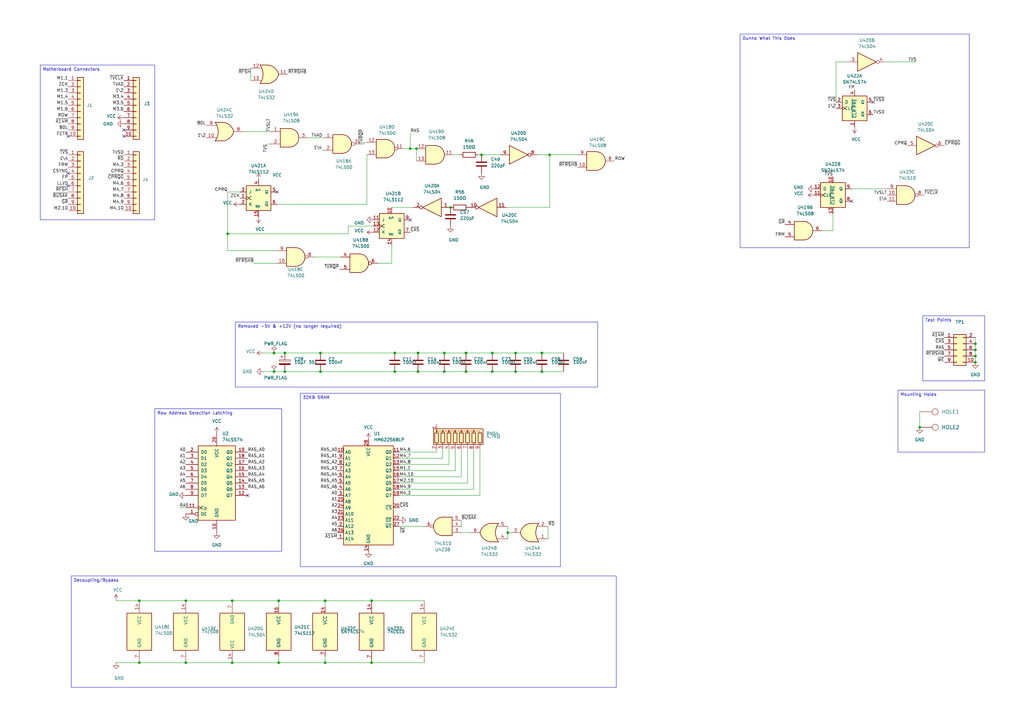
<source format=kicad_sch>
(kicad_sch (version 20250114) (generator "eeschema") (generator_version "9.0")
  (paper "A3")
  (title_block (title "Grundy NewBrain SRAM Store Board") (date "2023-08-31") (company "Brett Hallen") (comment 1 "www.youtube.com/@brfff") (comment 3 "https://github.com/flypie/NewBrain") (comment 4 "Based on schematics drawn by John Bradley"))
  (text_box "32KB SRAM" (at 123.19 161.29 0) (size 106.68 71.12) (margins 0.9525 0.9525 0.9525 0.9525) (effects (font (size 1.27 1.27)) (justify left top)))
  (text_box "Decoupling/Bypass" (at 29.21 236.22 0) (size 223.52 45.72) (margins 0.9525 0.9525 0.9525 0.9525) (effects (font (size 1.27 1.27)) (justify left top)))
  (text_box "Row Address Selection Latching" (at 63.5 167.64 0) (size 52.07 58.42) (margins 0.9525 0.9525 0.9525 0.9525) (effects (font (size 1.27 1.27)) (justify left top)))
  (text_box "Test Points" (at 378.46 129.54 0) (size 25.4 26.67) (margins 0.9525 0.9525 0.9525 0.9525) (effects (font (size 1.27 1.27)) (justify left top)))
  (text_box "Mounting Holes" (at 368.3 160.02 0) (size 35.56 25.4) (margins 0.9525 0.9525 0.9525 0.9525) (effects (font (size 1.27 1.27)) (justify left top)))
  (text_box "Motherboard Connectors" (at 16.51 26.67 0) (size 46.99 63.5) (margins 0.9525 0.9525 0.9525 0.9525) (effects (font (size 1.27 1.27)) (justify left top)))
  (text_box "Removed -5V & +12V (no longer required)" (at 96.52 132.08 0) (size 148.59 26.67) (margins 0.9525 0.9525 0.9525 0.9525) (effects (font (size 1.27 1.27)) (justify left top)))
  (text_box "Dunno What This Does" (at 303.53 13.97 0) (size 93.98 87.63) (margins 0.9525 0.9525 0.9525 0.9525) (effects (font (size 1.27 1.27)) (justify left top)))
  (junction (at 57.15 246.38))
  (junction (at 201.93 152.4))
  (junction (at 161.925 144.78))
  (junction (at 182.245 144.78))
  (junction (at 170.815 60.96))
  (junction (at 114.3 246.38))
  (junction (at 400.05 146.05))
  (junction (at 184.785 85.09))
  (junction (at 201.93 144.78))
  (junction (at 57.15 271.78))
  (junction (at 116.84 144.78))
  (junction (at 168.275 60.96))
  (junction (at 131.445 144.78))
  (junction (at 112.395 152.4))
  (junction (at 197.485 63.5))
  (junction (at 116.84 152.4))
  (junction (at 152.4 271.78))
  (junction (at 161.925 152.4))
  (junction (at 133.35 246.38))
  (junction (at 225.425 63.5))
  (junction (at 131.445 152.4))
  (junction (at 400.05 148.59))
  (junction (at 222.25 144.78))
  (junction (at 222.25 152.4))
  (junction (at 171.45 152.4))
  (junction (at 208.28 218.44))
  (junction (at 182.245 152.4))
  (junction (at 171.45 144.78))
  (junction (at 112.395 144.78))
  (junction (at 93.345 95.885))
  (junction (at 95.25 271.78))
  (junction (at 377.19 175.26))
  (junction (at 211.455 144.78))
  (junction (at 76.2 246.38))
  (junction (at 114.3 271.78))
  (junction (at 152.4 246.38))
  (junction (at 191.135 144.78))
  (junction (at 95.25 246.38))
  (junction (at 400.05 140.97))
  (junction (at 133.35 271.78))
  (junction (at 211.455 152.4))
  (junction (at 400.05 143.51))
  (junction (at 191.135 152.4))
  (junction (at 76.2 271.78))
  (no_connect (at 27.94 76.2))
  (no_connect (at 349.25 82.55))
  (no_connect (at 113.665 78.74))
  (no_connect (at 358.14 41.91))
  (no_connect (at 27.94 55.88))
  (no_connect (at 50.8 55.88))
  (no_connect (at 27.94 71.12))
  (no_connect (at 50.8 53.34))
  (no_connect (at 101.6 203.2))
  (no_connect (at 168.275 90.17))
  (wire (pts (xy 337.185 94.615) (xy 341.63 94.615)))
  (wire (pts (xy 163.83 198.12) (xy 191.77 198.12)))
  (wire (pts (xy 225.425 85.09) (xy 207.645 85.09)))
  (wire (pts (xy 377.19 168.91) (xy 377.19 175.26)))
  (wire (pts (xy 112.395 152.4) (xy 116.84 152.4)))
  (wire (pts (xy 95.25 246.38) (xy 114.3 246.38)))
  (wire (pts (xy 165.735 60.96) (xy 168.275 60.96)))
  (wire (pts (xy 189.23 218.44) (xy 193.04 218.44)))
  (wire (pts (xy 182.245 144.78) (xy 191.135 144.78)))
  (wire (pts (xy 224.79 215.9) (xy 224.79 220.98)))
  (wire (pts (xy 149.225 58.42) (xy 150.495 58.42)))
  (wire (pts (xy 95.25 271.78) (xy 114.3 271.78)))
  (wire (pts (xy 142.875 95.885) (xy 142.875 92.71)))
  (wire (pts (xy 114.3 269.24) (xy 114.3 271.78)))
  (wire (pts (xy 163.83 185.42) (xy 179.07 185.42)))
  (wire (pts (xy 342.9 41.91) (xy 342.9 25.4)))
  (wire (pts (xy 142.875 92.71) (xy 153.035 92.71)))
  (wire (pts (xy 47.625 271.78) (xy 57.15 271.78)))
  (wire (pts (xy 211.455 144.78) (xy 222.25 144.78)))
  (wire (pts (xy 98.425 78.74) (xy 93.345 78.74)))
  (wire (pts (xy 363.22 25.4) (xy 375.92 25.4)))
  (wire (pts (xy 114.3 248.92) (xy 114.3 246.38)))
  (wire (pts (xy 222.25 152.4) (xy 231.14 152.4)))
  (wire (pts (xy 341.63 94.615) (xy 341.63 87.63)))
  (wire (pts (xy 73.66 208.28) (xy 76.2 208.28)))
  (wire (pts (xy 211.455 152.4) (xy 222.25 152.4)))
  (wire (pts (xy 126.365 56.515) (xy 132.715 56.515)))
  (wire (pts (xy 171.45 152.4) (xy 182.245 152.4)))
  (wire (pts (xy 114.3 271.78) (xy 133.35 271.78)))
  (wire (pts (xy 131.445 144.78) (xy 161.925 144.78)))
  (wire (pts (xy 186.055 63.5) (xy 188.595 63.5)))
  (wire (pts (xy 161.925 152.4) (xy 171.45 152.4)))
  (wire (pts (xy 160.655 85.09) (xy 169.545 85.09)))
  (wire (pts (xy 76.2 271.78) (xy 95.25 271.78)))
  (wire (pts (xy 131.445 152.4) (xy 161.925 152.4)))
  (wire (pts (xy 163.83 190.5) (xy 184.15 190.5)))
  (wire (pts (xy 191.135 152.4) (xy 201.93 152.4)))
  (wire (pts (xy 400.05 146.05) (xy 400.05 148.59)))
  (wire (pts (xy 189.23 184.15) (xy 189.23 195.58)))
  (wire (pts (xy 99.695 53.975) (xy 111.125 53.975)))
  (wire (pts (xy 189.23 213.36) (xy 189.23 215.9)))
  (wire (pts (xy 93.345 95.885) (xy 93.345 102.87)))
  (wire (pts (xy 225.425 63.5) (xy 236.855 63.5)))
  (wire (pts (xy 208.28 218.44) (xy 208.28 220.98)))
  (wire (pts (xy 149.225 58.42) (xy 149.225 59.055)))
  (wire (pts (xy 168.275 60.96) (xy 170.815 60.96)))
  (wire (pts (xy 196.215 63.5) (xy 197.485 63.5)))
  (wire (pts (xy 93.345 95.885) (xy 142.875 95.885)))
  (wire (pts (xy 76.2 246.38) (xy 95.25 246.38)))
  (wire (pts (xy 191.77 198.12) (xy 191.77 184.15)))
  (wire (pts (xy 222.25 144.78) (xy 231.14 144.78)))
  (wire (pts (xy 400.05 143.51) (xy 400.05 146.05)))
  (wire (pts (xy 363.855 77.47) (xy 349.25 77.47)))
  (wire (pts (xy 201.93 152.4) (xy 211.455 152.4)))
  (wire (pts (xy 179.07 185.42) (xy 179.07 184.15)))
  (wire (pts (xy 163.83 200.66) (xy 194.31 200.66)))
  (wire (pts (xy 152.4 246.38) (xy 173.99 246.38)))
  (wire (pts (xy 107.95 152.4) (xy 112.395 152.4)))
  (wire (pts (xy 76.2 246.38) (xy 57.15 246.38)))
  (wire (pts (xy 196.85 184.15) (xy 196.85 203.2)))
  (wire (pts (xy 186.69 193.04) (xy 186.69 184.15)))
  (wire (pts (xy 57.15 246.38) (xy 47.625 246.38)))
  (wire (pts (xy 197.485 63.5) (xy 205.105 63.5)))
  (wire (pts (xy 133.35 269.24) (xy 133.35 271.78)))
  (wire (pts (xy 171.45 144.78) (xy 182.245 144.78)))
  (wire (pts (xy 133.35 246.38) (xy 152.4 246.38)))
  (wire (pts (xy 102.87 27.94) (xy 102.87 33.02)))
  (wire (pts (xy 113.665 107.95) (xy 104.14 107.95)))
  (wire (pts (xy 109.855 59.055) (xy 111.125 59.055)))
  (wire (pts (xy 128.905 105.41) (xy 139.7 105.41)))
  (wire (pts (xy 116.84 144.78) (xy 131.445 144.78)))
  (wire (pts (xy 220.345 63.5) (xy 225.425 63.5)))
  (wire (pts (xy 114.3 246.38) (xy 133.35 246.38)))
  (wire (pts (xy 160.655 107.95) (xy 154.94 107.95)))
  (wire (pts (xy 57.15 271.78) (xy 76.2 271.78)))
  (wire (pts (xy 208.28 215.9) (xy 208.28 218.44)))
  (wire (pts (xy 189.23 195.58) (xy 163.83 195.58)))
  (wire (pts (xy 473.075 138.43) (xy 473.075 139.065)))
  (wire (pts (xy 160.655 100.33) (xy 160.655 107.95)))
  (wire (pts (xy 152.4 271.78) (xy 173.99 271.78)))
  (wire (pts (xy 342.9 25.4) (xy 347.98 25.4)))
  (wire (pts (xy 201.93 144.78) (xy 211.455 144.78)))
  (wire (pts (xy 182.245 152.4) (xy 191.135 152.4)))
  (wire (pts (xy 194.31 200.66) (xy 194.31 184.15)))
  (wire (pts (xy 168.275 54.61) (xy 168.275 60.96)))
  (wire (pts (xy 113.665 83.82) (xy 150.495 83.82)))
  (wire (pts (xy 113.665 102.87) (xy 93.345 102.87)))
  (wire (pts (xy 107.95 144.78) (xy 112.395 144.78)))
  (wire (pts (xy 112.395 144.78) (xy 116.84 144.78)))
  (wire (pts (xy 163.83 193.04) (xy 186.69 193.04)))
  (wire (pts (xy 181.61 184.15) (xy 181.61 187.96)))
  (wire (pts (xy 225.425 63.5) (xy 225.425 85.09)))
  (wire (pts (xy 150.495 83.82) (xy 150.495 63.5)))
  (wire (pts (xy 116.84 152.4) (xy 131.445 152.4)))
  (wire (pts (xy 133.35 271.78) (xy 152.4 271.78)))
  (wire (pts (xy 191.135 144.78) (xy 201.93 144.78)))
  (wire (pts (xy 208.28 218.44) (xy 209.55 218.44)))
  (wire (pts (xy 93.345 78.74) (xy 93.345 95.885)))
  (wire (pts (xy 132.715 61.595) (xy 132.08 61.595)))
  (wire (pts (xy 133.35 248.92) (xy 133.35 246.38)))
  (wire (pts (xy 161.925 144.78) (xy 171.45 144.78)))
  (wire (pts (xy 400.05 138.43) (xy 400.05 140.97)))
  (wire (pts (xy 149.225 59.055) (xy 147.955 59.055)))
  (wire (pts (xy 170.815 60.96) (xy 170.815 66.04)))
  (wire (pts (xy 196.85 203.2) (xy 163.83 203.2)))
  (wire (pts (xy 181.61 187.96) (xy 163.83 187.96)))
  (wire (pts (xy 139.065 110.49) (xy 139.7 110.49)))
  (wire (pts (xy 184.15 190.5) (xy 184.15 184.15)))
  (wire (pts (xy 163.83 215.9) (xy 173.99 215.9)))
  (wire (pts (xy 400.05 140.97) (xy 400.05 143.51)))
  (label "M1,1" (at 27.94 33.02 180))
  (label "A2" (at 138.43 208.28 180))
  (label "TVSLT" (at 111.125 53.975 90))
  (label "ZCK" (at 98.425 81.28 180))
  (label "FP" (at 350.52 36.83 180))
  (label "A3" (at 76.2 193.04 180))
  (label "M1,4" (at 27.94 40.64 180))
  (label "TVSD" (at 358.14 46.99 0))
  (label "M4,3" (at 50.8 68.58 180))
  (label "M3,6" (at 50.8 45.72 180))
  (label "CPRQ" (at 50.8 71.12 180))
  (label "TVSLT" (at 363.855 80.01 180))
  (label "M2,10" (at 27.94 86.36 180))
  (label "~{BUSAK}" (at 189.23 213.36 0))
  (label "RAS" (at 168.275 54.61 0))
  (label "1\\4" (at 27.94 66.04 180))
  (label "~{RFRSHB}" (at 236.855 68.58 180))
  (label "~{RD}" (at 50.8 66.04 180))
  (label "~{TVCLK}" (at 50.8 33.02 180))
  (label "1\\4" (at 363.855 82.55 180))
  (label "80L" (at 84.455 51.435 180))
  (label "A3" (at 138.43 210.82 180))
  (label "A4" (at 138.43 213.36 180))
  (label "FRM" (at 321.945 97.155 180))
  (label "FCTR" (at 27.94 55.88 180))
  (label "~{GR}" (at 321.945 92.075 180))
  (label "~{TVCLK}" (at 379.095 80.01 0))
  (label "TVSD" (at 50.8 63.5 180))
  (label "TVAD" (at 50.8 35.56 180))
  (label "A0" (at 138.43 203.2 180))
  (label "1\\2" (at 342.9 44.45 180))
  (label "A6" (at 138.43 218.44 180))
  (label "RAS" (at 387.35 143.51 180))
  (label "RAS_A6" (at 138.43 200.66 180))
  (label "ROW" (at 27.94 48.26 180))
  (label "~{CAS}" (at 163.83 208.28 0))
  (label "~{TVRQP}" (at 149.225 59.055 90))
  (label "~{CPRQG}" (at 387.35 59.69 0))
  (label "RAS_A0" (at 138.43 185.42 180))
  (label "RAS_A1" (at 138.43 187.96 180))
  (label "M4,8" (at 50.8 81.28 180))
  (label "RAS" (at 73.66 208.28 0))
  (label "M4,7" (at 163.83 187.96 0))
  (label "M1,3" (at 27.94 38.1 180))
  (label "RAS_A2" (at 101.6 190.5 0))
  (label "A6" (at 76.2 200.66 180))
  (label "~{TVSD}" (at 358.14 41.91 0))
  (label "~{WE}" (at 166.37 215.9 270))
  (label "~{CPRQG}" (at 50.8 73.66 180))
  (label "~{TVS}" (at 27.94 63.5 180))
  (label "M4,9" (at 163.83 200.66 0))
  (label "RAS_A6" (at 101.6 200.66 0))
  (label "~{CAS}" (at 387.35 140.97 180))
  (label "M4,10" (at 50.8 86.36 180))
  (label "M4,7" (at 50.8 78.74 180))
  (label "RAS_A2" (at 138.43 190.5 180))
  (label "M1,5" (at 27.94 43.18 180))
  (label "~{WE}" (at 387.35 148.59 180))
  (label "A2" (at 76.2 190.5 180))
  (label "M3,5" (at 50.8 43.18 180))
  (label "TVS" (at 375.92 25.4 180))
  (label "LLVD" (at 27.94 76.2 180))
  (label "~{A14M}" (at 387.35 138.43 180))
  (label "M4,9" (at 50.8 83.82 180))
  (label "ZCK" (at 27.94 35.56 180))
  (label "~{A14M}" (at 138.43 220.98 180))
  (label "M1,6" (at 27.94 45.72 180))
  (label "M4,3" (at 163.83 203.2 0))
  (label "1\\2" (at 84.455 56.515 180))
  (label "A5" (at 138.43 215.9 180))
  (label "A1" (at 138.43 205.74 180))
  (label "A0" (at 76.2 185.42 180))
  (label "RAS_A1" (at 101.6 187.96 0))
  (label "RAS_A5" (at 138.43 198.12 180))
  (label "A5" (at 76.2 198.12 180))
  (label "~{RFSH}" (at 27.94 78.74 180))
  (label "~{RFRSHB}" (at 118.11 30.48 0))
  (label "RAS_A5" (at 101.6 198.12 0))
  (label "~{A14M}" (at 27.94 50.8 180))
  (label "1\\2" (at 50.8 38.1 180))
  (label "CPRQ" (at 372.11 59.69 180))
  (label "ROW" (at 252.095 66.04 0))
  (label "~{TVS}" (at 341.63 72.39 180))
  (label "~{RFRSHB}" (at 387.35 146.05 180))
  (label "RAS_A3" (at 101.6 193.04 0))
  (label "M4,10" (at 163.83 195.58 0))
  (label "FRM" (at 27.94 68.58 180))
  (label "FP" (at 27.94 73.66 180))
  (label "TVS" (at 109.855 59.055 270))
  (label "~{TVS}" (at 342.9 41.91 180))
  (label "80L" (at 27.94 53.34 180))
  (label "M2,10" (at 163.83 198.12 0))
  (label "~{RFRSHB}" (at 104.14 107.95 180))
  (label "A4" (at 76.2 195.58 180))
  (label "~{RD}" (at 224.79 215.9 0))
  (label "~{TVRQP}" (at 139.065 110.49 180))
  (label "M4,6" (at 163.83 185.42 0))
  (label "M1,1" (at 163.83 193.04 0))
  (label "RAS_A4" (at 138.43 195.58 180))
  (label "~{CAS}" (at 168.275 95.25 0))
  (label "~{BUSAK}" (at 27.94 81.28 180))
  (label "M4,8" (at 163.83 190.5 0))
  (label "~{RFSH}" (at 102.87 30.48 180))
  (label "CPRQ" (at 93.345 78.74 180))
  (label "1\\4" (at 132.08 61.595 180))
  (label "A1" (at 76.2 187.96 180))
  (label "M4,6" (at 50.8 76.2 180))
  (label "~{GR}" (at 27.94 83.82 180))
  (label "M3,4" (at 50.8 40.64 180))
  (label "RAS_A4" (at 101.6 195.58 0))
  (label "TVAD" (at 127.635 56.515 0))
  (label "CSYNC" (at 27.94 71.12 180))
  (label "RAS_A0" (at 101.6 185.42 0))
  (label "RAS_A3" (at 138.43 193.04 180))
  (symbol (lib_id "Connector_Generic:Conn_01x10") (at 33.02 43.18 0) (unit 1)
    (property "Reference" "J1" (at 35.56 43.18 0) (effects (justify left)))
    (property "Value" "Conn_01x10" (effects (hide yes)))
    (property "Footprint" "Connector_PinHeader_2.54mm:PinHeader_1x10_P2.54mm_Vertical" (effects (hide yes)))
  )
  (symbol (lib_id "Connector_Generic:Conn_01x10") (at 33.02 73.66 0) (unit 1)
    (property "Reference" "J2" (at 36.195 73.025 0) (effects (justify left)))
    (property "Value" "Conn_01x10" (effects (hide yes)))
    (property "Footprint" "Connector_PinHeader_2.54mm:PinHeader_1x10_P2.54mm_Vertical" (effects (hide yes)))
  )
  (symbol (lib_id "Connector_Generic:Conn_01x10") (at 55.88 43.18 0) (unit 1)
    (property "Reference" "J3" (at 59.055 42.545 0) (effects (justify left)))
    (property "Value" "Conn_01x10" (effects (hide yes)))
    (property "Footprint" "Connector_PinHeader_2.54mm:PinHeader_1x10_P2.54mm_Vertical" (effects (hide yes)))
  )
  (symbol (lib_id "Connector_Generic:Conn_01x10") (at 55.88 73.66 0) (unit 1)
    (property "Reference" "J4" (at 58.42 73.66 0) (effects (justify left)))
    (property "Value" "Conn_01x10" (effects (hide yes)))
    (property "Footprint" "Connector_PinHeader_2.54mm:PinHeader_1x10_P2.54mm_Vertical" (effects (hide yes)))
  )
  (symbol (lib_id "74xx:74LS00") (at 57.15 259.08 0) (unit 5)
    (property "Reference" "U418" (at 63.5 257.175 0) (effects (justify left)))
    (property "Value" "74LS00" (at 63.5 259.715 0) (effects (justify left)))
    (property "Footprint" "Package_DIP:DIP-14_W7.62mm" (effects (hide yes)))
    (property "Datasheet" "http://www.ti.com/lit/gpn/sn74ls00" (effects (hide yes)))
  )
  (symbol (lib_id "74xx:74LS08") (at 76.2 259.08 0) (unit 5)
    (property "Reference" "U419" (at 82.55 257.81 0) (effects (justify left)))
    (property "Value" "74LS08" (at 82.55 259.08 0) (effects (justify left)))
    (property "Footprint" "Package_DIP:DIP-14_W7.62mm" (effects (hide yes)))
    (property "Datasheet" "http://www.ti.com/lit/gpn/sn74LS08" (effects (hide yes)))
  )
  (symbol (lib_id "74xx:74LS112") (at 114.3 259.08 0) (unit 3)
    (property "Reference" "U421" (at 120.65 257.175 0) (effects (justify left)))
    (property "Value" "74LS112" (at 120.65 259.715 0) (effects (justify left)))
    (property "Footprint" "Package_DIP:DIP-16_W7.62mm" (effects (hide yes)))
    (property "Datasheet" "http://www.ti.com/lit/gpn/sn74LS112" (effects (hide yes)))
  )
  (symbol (lib_id "NewBrain StoreBoard-rescue:74LS74-74xx") (at 133.35 259.08 0) (unit 3)
    (property "Reference" "U422" (at 139.7 257.81 0) (effects (justify left)))
    (property "Value" "SN74LS74" (at 139.7 259.08 0) (effects (justify left)))
    (property "Footprint" "Package_DIP:DIP-14_W7.62mm" (effects (hide yes)))
    (property "Datasheet" "http://www.ti.com/lit/gpn/sn74LS32" (effects (hide yes)))
  )
  (symbol (lib_id "Device:R_Network08") (at 189.23 179.07 0) (unit 1)
    (property "Reference" "RN54" (at 199.39 177.8 0) (effects (justify left)))
    (property "Value" "4.7KΩ" (at 199.39 179.07 0) (effects (justify left)))
    (property "Footprint" "Resistor_THT:R_Array_SIP9" (effects (hide yes)))
    (property "Datasheet" "http://www.vishay.com/docs/31509/csc.pdf" (effects (hide yes)))
  )
  (symbol (lib_id "74xx:74LS10") (at 152.4 259.08 0) (unit 4)
    (property "Reference" "U423" (at 158.75 257.81 0) (effects (justify left)))
    (property "Value" "74LS10" (at 158.75 259.08 0) (effects (justify left)))
    (property "Footprint" "Package_DIP:DIP-14_W7.62mm" (effects (hide yes)))
    (property "Datasheet" "http://www.ti.com/lit/gpn/sn74LS10" (effects (hide yes)))
  )
  (symbol (lib_id "74xx:74LS10") (at 181.61 215.9 180) (unit 2)
    (property "Reference" "U423" (at 181.61 225.425 0))
    (property "Value" "74LS10" (at 181.61 222.885 0))
    (property "Footprint" "Package_DIP:DIP-14_W7.62mm" (effects (hide yes)))
    (property "Datasheet" "http://www.ti.com/lit/gpn/sn74LS10" (effects (hide yes)))
  )
  (symbol (lib_id "74xx:74LS08") (at 178.435 63.5 0) (unit 4)
    (property "Reference" "U419" (at 179.07 53.975 0))
    (property "Value" "74LS08" (at 179.07 56.515 0))
    (property "Footprint" "Package_DIP:DIP-14_W7.62mm" (effects (hide yes)))
    (property "Datasheet" "http://www.ti.com/lit/gpn/sn74LS08" (effects (hide yes)))
  )
  (symbol (lib_id "74xx:74LS00") (at 140.335 59.055 0) (unit 1)
    (property "Reference" "U418" (at 140.97 66.04 0))
    (property "Value" "74LS00" (at 140.97 68.58 0))
    (property "Footprint" "Package_DIP:DIP-14_W7.62mm" (effects (hide yes)))
    (property "Datasheet" "http://www.ti.com/lit/gpn/sn74ls00" (effects (hide yes)))
  )
  (symbol (lib_id "74xx:74LS00") (at 158.115 60.96 0) (unit 4)
    (property "Reference" "U418" (at 158.75 52.07 0))
    (property "Value" "74LS00" (at 158.75 54.61 0))
    (property "Footprint" "Package_DIP:DIP-14_W7.62mm" (effects (hide yes)))
    (property "Datasheet" "http://www.ti.com/lit/gpn/sn74ls00" (effects (hide yes)))
  )
  (symbol (lib_id "74xx:74LS112") (at 106.045 81.28 0) (unit 1)
    (property "Reference" "U421" (at 106.045 67.945 0))
    (property "Value" "74LS112" (at 106.045 70.485 0))
    (property "Footprint" "Package_DIP:DIP-16_W7.62mm" (effects (hide yes)))
    (property "Datasheet" "http://www.ti.com/lit/gpn/sn74LS112" (effects (hide yes)))
  )
  (symbol (lib_id "74xx:74LS00") (at 121.285 105.41 0) (unit 3)
    (property "Reference" "U418" (at 121.285 110.49 0))
    (property "Value" "74LS00" (at 121.285 113.03 0))
    (property "Footprint" "Package_DIP:DIP-14_W7.62mm" (effects (hide yes)))
    (property "Datasheet" "http://www.ti.com/lit/gpn/sn74ls00" (effects (hide yes)))
  )
  (symbol (lib_id "74xx:74LS00") (at 147.32 107.95 0) (unit 2)
    (property "Reference" "U418" (at 147.955 98.425 0))
    (property "Value" "74LS00" (at 147.955 100.965 0))
    (property "Footprint" "Package_DIP:DIP-14_W7.62mm" (effects (hide yes)))
    (property "Datasheet" "http://www.ti.com/lit/gpn/sn74ls00" (effects (hide yes)))
  )
  (symbol (lib_id "74xx:74LS112") (at 160.655 92.71 0) (unit 2)
    (property "Reference" "U421" (at 161.29 79.375 0))
    (property "Value" "74LS112" (at 161.29 81.915 0))
    (property "Footprint" "Package_DIP:DIP-16_W7.62mm" (effects (hide yes)))
    (property "Datasheet" "http://www.ti.com/lit/gpn/sn74LS112" (effects (hide yes)))
  )
  (symbol (lib_id "74xx:74LS08") (at 244.475 66.04 0) (unit 3)
    (property "Reference" "U419" (at 245.11 57.15 0))
    (property "Value" "74LS08" (at 245.11 59.69 0))
    (property "Footprint" "Package_DIP:DIP-14_W7.62mm" (effects (hide yes)))
    (property "Datasheet" "http://www.ti.com/lit/gpn/sn74LS08" (effects (hide yes)))
  )
  (symbol (lib_id "power:GND") (at 50.8 50.8 270) (unit 1)
    (property "Reference" "#PWR0102" (effects (hide yes)))
    (property "Value" "GND" (at 46.355 50.8 90) (effects (justify right)))
  )
  (symbol (lib_id "power:VCC") (at 50.8 48.26 90) (unit 1)
    (property "Reference" "#PWR0103" (effects (hide yes)))
    (property "Value" "VCC" (at 47.625 47.625 90) (effects (justify left)))
  )
  (symbol (lib_id "power:VCC") (at 47.625 246.38 0) (unit 1)
    (property "Reference" "#PWR0105" (effects (hide yes)))
    (property "Value" "VCC" (at 48.26 241.935 0))
  )
  (symbol (lib_id "power:GND") (at 47.625 271.78 0) (unit 1)
    (property "Reference" "#PWR0106" (effects (hide yes)))
    (property "Value" "GND" (at 48.895 278.13 0))
  )
  (symbol (lib_id "74xx:74LS08") (at 118.745 56.515 0) (unit 1)
    (property "Reference" "U419" (at 119.38 46.99 0))
    (property "Value" "74LS08" (at 119.38 49.53 0))
    (property "Footprint" "Package_DIP:DIP-14_W7.62mm" (effects (hide yes)))
    (property "Datasheet" "http://www.ti.com/lit/gpn/sn74LS08" (effects (hide yes)))
  )
  (symbol (lib_id "power:VCC") (at 98.425 83.82 90) (unit 1)
    (property "Reference" "#PWR0107" (effects (hide yes)))
    (property "Value" "VCC" (at 95.25 83.185 90) (effects (justify left)))
  )
  (symbol (lib_id "power:VCC") (at 106.045 73.66 0) (unit 1)
    (property "Reference" "#PWR0108" (effects (hide yes)))
    (property "Value" "VCC" (at 113.665 71.755 0))
  )
  (symbol (lib_id "power:VCC") (at 106.045 88.9 180) (unit 1)
    (property "Reference" "#PWR0109" (effects (hide yes)))
    (property "Value" "VCC" (at 106.68 93.98 0))
  )
  (symbol (lib_id "Device:R") (at 192.405 63.5 270) (unit 1)
    (property "Reference" "R46" (at 192.405 57.785 90))
    (property "Value" "150Ω" (at 192.405 60.325 90))
    (property "Footprint" "Resistor_THT:R_Axial_DIN0207_L6.3mm_D2.5mm_P10.16mm_Horizontal" (effects (hide yes)))
  )
  (symbol (lib_id "Device:C") (at 197.485 67.31 0) (unit 1)
    (property "Reference" "C49" (at 201.295 65.405 0) (effects (justify left)))
    (property "Value" "220pF" (at 201.295 67.945 0) (effects (justify left)))
    (property "Footprint" "Capacitor_THT:C_Disc_D3.0mm_W1.6mm_P2.50mm" (effects (hide yes)))
  )
  (symbol (lib_id "power:GND") (at 197.485 71.12 0) (unit 1)
    (property "Reference" "#PWR0110" (effects (hide yes)))
    (property "Value" "GND" (at 198.755 76.835 0))
  )
  (symbol (lib_id "Device:R") (at 188.595 85.09 270) (unit 1)
    (property "Reference" "R56" (at 188.595 78.74 90))
    (property "Value" "150Ω" (at 188.595 81.28 90))
    (property "Footprint" "Resistor_THT:R_Axial_DIN0207_L6.3mm_D2.5mm_P10.16mm_Horizontal" (effects (hide yes)))
  )
  (symbol (lib_id "Device:C") (at 184.785 88.9 0) (unit 1)
    (property "Reference" "C57" (at 188.595 86.995 0) (effects (justify left)))
    (property "Value" "220pF" (at 188.595 89.535 0) (effects (justify left)))
    (property "Footprint" "Capacitor_THT:C_Disc_D3.0mm_W1.6mm_P2.50mm" (effects (hide yes)))
  )
  (symbol (lib_id "power:GND") (at 184.785 92.71 0) (unit 1)
    (property "Reference" "#PWR0111" (effects (hide yes)))
    (property "Value" "GND" (at 186.055 98.425 0))
  )
  (symbol (lib_id "power:GND") (at 153.035 90.17 270) (unit 1)
    (property "Reference" "#PWR0112" (effects (hide yes)))
    (property "Value" "GND" (at 147.32 91.44 90))
  )
  (symbol (lib_id "power:VCC") (at 153.035 95.25 90) (unit 1)
    (property "Reference" "#PWR0113" (effects (hide yes)))
    (property "Value" "VCC" (at 149.225 94.615 90) (effects (justify left)))
  )
  (symbol (lib_id "NewBrain StoreBoard-rescue:74LS74-74xx") (at 350.52 44.45 0) (unit 1)
    (property "Reference" "U422" (at 350.52 31.115 0))
    (property "Value" "SN74LS74" (at 350.52 33.655 0))
    (property "Footprint" "Package_DIP:DIP-14_W7.62mm" (effects (hide yes)))
    (property "Datasheet" "http://www.ti.com/lit/gpn/sn74LS32" (effects (hide yes)))
  )
  (symbol (lib_id "power:VCC") (at 350.52 52.07 180) (unit 1)
    (property "Reference" "#PWR0114" (effects (hide yes)))
    (property "Value" "VCC" (at 351.155 57.15 0))
  )
  (symbol (lib_id "NewBrain StoreBoard-rescue:74LS74-74xx") (at 341.63 80.01 0) (unit 2)
    (property "Reference" "U422" (at 341.63 67.31 0))
    (property "Value" "SN74LS74" (at 341.63 69.85 0))
    (property "Footprint" "Package_DIP:DIP-14_W7.62mm" (effects (hide yes)))
    (property "Datasheet" "http://www.ti.com/lit/gpn/sn74LS32" (effects (hide yes)))
  )
  (symbol (lib_id "power:VCC") (at 334.01 80.01 90) (unit 1)
    (property "Reference" "#PWR0115" (effects (hide yes)))
    (property "Value" "VCC" (at 329.565 79.375 90) (effects (justify left)))
  )
  (symbol (lib_id "power:GND") (at 334.01 77.47 270) (unit 1)
    (property "Reference" "#PWR0116" (effects (hide yes)))
    (property "Value" "GND" (at 329.565 76.835 90) (effects (justify right)))
  )
  (symbol (lib_id "74xx:74LS08") (at 329.565 94.615 0) (unit 2)
    (property "Reference" "U419" (at 330.2 85.09 0))
    (property "Value" "74LS08" (at 330.2 87.63 0))
    (property "Footprint" "Package_DIP:DIP-14_W7.62mm" (effects (hide yes)))
    (property "Datasheet" "http://www.ti.com/lit/gpn/sn74LS08" (effects (hide yes)))
  )
  (symbol (lib_id "74xx:74LS10") (at 371.475 80.01 0) (unit 3)
    (property "Reference" "U423" (at 372.11 70.485 0))
    (property "Value" "74LS10" (at 372.11 73.025 0))
    (property "Footprint" "Package_DIP:DIP-14_W7.62mm" (effects (hide yes)))
    (property "Datasheet" "http://www.ti.com/lit/gpn/sn74LS10" (effects (hide yes)))
  )
  (symbol (lib_id "power:VCC") (at 107.95 144.78 90) (unit 1)
    (property "Reference" "#PWR0117" (effects (hide yes)))
    (property "Value" "VCC" (at 104.775 144.145 90) (effects (justify left)))
  )
  (symbol (lib_id "power:GND") (at 107.95 152.4 270) (unit 1)
    (property "Reference" "#PWR0118" (effects (hide yes)))
    (property "Value" "GND" (at 103.505 152.4 90) (effects (justify right)))
  )
  (symbol (lib_id "NewBrain StoreBoard-rescue:CP-Device") (at 116.84 148.59 0) (unit 1)
    (property "Reference" "C28" (at 120.65 147.32 0) (effects (justify left)))
    (property "Value" "10µF 35v" (at 120.65 148.59 0) (effects (justify left)))
    (property "Footprint" "Capacitor_THT:CP_Radial_D5.0mm_P2.00mm" (effects (hide yes)))
  )
  (symbol (lib_id "Device:C") (at 131.445 148.59 0) (unit 1)
    (property "Reference" "C2" (at 134.62 147.32 0) (effects (justify left)))
    (property "Value" "100nF" (at 134.62 148.59 0) (effects (justify left)))
    (property "Footprint" "Capacitor_THT:C_Disc_D3.0mm_W1.6mm_P2.50mm" (effects (hide yes)))
  )
  (symbol (lib_id "Device:C") (at 161.925 148.59 0) (unit 1)
    (property "Reference" "C11" (at 165.1 147.32 0) (effects (justify left)))
    (property "Value" "100nF" (at 165.1 148.59 0) (effects (justify left)))
    (property "Footprint" "Capacitor_THT:C_Disc_D3.0mm_W1.6mm_P2.50mm" (effects (hide yes)))
  )
  (symbol (lib_id "Device:C") (at 171.45 148.59 0) (unit 1)
    (property "Reference" "C14" (at 175.26 147.32 0) (effects (justify left)))
    (property "Value" "100nF" (at 175.26 148.59 0) (effects (justify left)))
    (property "Footprint" "Capacitor_THT:C_Disc_D3.0mm_W1.6mm_P2.50mm" (effects (hide yes)))
  )
  (symbol (lib_id "Device:C") (at 182.245 148.59 0) (unit 1)
    (property "Reference" "C17" (at 185.42 147.32 0) (effects (justify left)))
    (property "Value" "100nF" (at 185.42 148.59 0) (effects (justify left)))
    (property "Footprint" "Capacitor_THT:C_Disc_D3.0mm_W1.6mm_P2.50mm" (effects (hide yes)))
  )
  (symbol (lib_id "Device:C") (at 191.135 148.59 0) (unit 1)
    (property "Reference" "C20" (at 194.31 147.32 0) (effects (justify left)))
    (property "Value" "100nF" (at 194.31 148.59 0) (effects (justify left)))
    (property "Footprint" "Capacitor_THT:C_Disc_D3.0mm_W1.6mm_P2.50mm" (effects (hide yes)))
  )
  (symbol (lib_id "Device:C") (at 201.93 148.59 0) (unit 1)
    (property "Reference" "C23" (at 205.74 147.32 0) (effects (justify left)))
    (property "Value" "100nF" (at 205.74 148.59 0) (effects (justify left)))
    (property "Footprint" "Capacitor_THT:C_Disc_D3.0mm_W1.6mm_P2.50mm" (effects (hide yes)))
  )
  (symbol (lib_id "Device:C") (at 211.455 148.59 0) (unit 1)
    (property "Reference" "C55" (at 214.63 147.32 0) (effects (justify left)))
    (property "Value" "100nF" (at 214.63 148.59 0) (effects (justify left)))
    (property "Footprint" "Capacitor_THT:C_Disc_D3.0mm_W1.6mm_P2.50mm" (effects (hide yes)))
  )
  (symbol (lib_id "Device:C") (at 222.25 148.59 0) (unit 1)
    (property "Reference" "C58" (at 226.06 147.32 0) (effects (justify left)))
    (property "Value" "100nF" (at 226.06 148.59 0) (effects (justify left)))
    (property "Footprint" "Capacitor_THT:C_Disc_D3.0mm_W1.6mm_P2.50mm" (effects (hide yes)))
  )
  (symbol (lib_id "Device:C") (at 231.14 148.59 0) (unit 1)
    (property "Reference" "C59" (at 234.95 147.32 0) (effects (justify left)))
    (property "Value" "100nF" (at 234.95 148.59 0) (effects (justify left)))
    (property "Footprint" "Capacitor_THT:C_Disc_D3.0mm_W1.6mm_P2.50mm" (effects (hide yes)))
  )
  (symbol (lib_id "power:PWR_FLAG") (at 112.395 144.78 0) (unit 1)
    (property "Reference" "#FLG0104" (effects (hide yes)))
    (property "Value" "PWR_FLAG" (at 113.03 140.97 0))
  )
  (symbol (lib_id "power:PWR_FLAG") (at 112.395 152.4 0) (unit 1)
    (property "Reference" "#FLG0105" (effects (hide yes)))
    (property "Value" "PWR_FLAG" (at 113.03 154.94 0))
  )
  (symbol (lib_id "74xx:74HC04") (at 95.25 259.08 180) (unit 7)
    (property "Reference" "U420" (at 101.6 257.81 0) (effects (justify right)))
    (property "Value" "74LS04" (at 101.6 260.35 0) (effects (justify right)))
    (property "Footprint" "Package_DIP:DIP-14_W7.62mm" (effects (hide yes)))
    (property "Datasheet" "https://assets.nexperia.com/documents/data-sheet/74HC_HCT04.pdf" (effects (hide yes)))
  )
  (symbol (lib_id "power:VCC") (at 151.13 180.34 0) (unit 1)
    (property "Reference" "#PWR010" (effects (hide yes)))
    (property "Value" "VCC" (at 151.13 175.26 0))
  )
  (symbol (lib_id "Connector_Generic:Conn_02x05_Odd_Even") (at 392.43 143.51 0) (unit 1)
    (property "Reference" "TP1" (at 393.7 132.08 0))
    (property "Value" "Conn_02x05_Odd_Even" (effects (hide yes)))
    (property "Footprint" "Connector_PinHeader_2.54mm:PinHeader_2x05_P2.54mm_Vertical" (effects (hide yes)))
  )
  (symbol (lib_id "74xx:74LS32") (at 110.49 30.48 0) (unit 4)
    (property "Reference" "U424" (at 109.22 37.465 0))
    (property "Value" "74LS32" (at 109.22 40.005 0))
    (property "Footprint" "Package_DIP:DIP-14_W7.62mm" (effects (hide yes)))
    (property "Datasheet" "http://www.ti.com/lit/gpn/sn74LS32" (effects (hide yes)))
  )
  (symbol (lib_id "74xx:74LS32") (at 200.66 218.44 180) (unit 2)
    (property "Reference" "U424" (at 200.66 224.79 0))
    (property "Value" "74LS32" (at 200.66 227.33 0))
    (property "Footprint" "Package_DIP:DIP-14_W7.62mm" (effects (hide yes)))
    (property "Datasheet" "http://www.ti.com/lit/gpn/sn74LS32" (effects (hide yes)))
  )
  (symbol (lib_id "power:GND") (at 400.05 148.59 0) (unit 1)
    (property "Reference" "#PWR06" (effects (hide yes)))
    (property "Value" "GND" (at 400.05 153.67 0))
  )
  (symbol (lib_id "74xx:74HC04") (at 212.725 63.5 0) (unit 4)
    (property "Reference" "U420" (at 212.725 54.61 0))
    (property "Value" "74LS04" (at 212.725 57.15 0))
    (property "Footprint" "Package_DIP:DIP-14_W7.62mm" (effects (hide yes)))
    (property "Datasheet" "https://assets.nexperia.com/documents/data-sheet/74HC_HCT04.pdf" (effects (hide yes)))
  )
  (symbol (lib_id "74xx:74LS32") (at 173.99 259.08 0) (unit 5)
    (property "Reference" "U424" (at 180.34 257.81 0) (effects (justify left)))
    (property "Value" "74LS32" (at 180.34 260.35 0) (effects (justify left)))
    (property "Footprint" "Package_DIP:DIP-14_W7.62mm" (effects (hide yes)))
    (property "Datasheet" "http://www.ti.com/lit/gpn/sn74LS32" (effects (hide yes)))
  )
  (symbol (lib_id "power:GND") (at 151.13 226.06 0) (unit 1)
    (property "Reference" "#PWR09" (effects (hide yes)))
    (property "Value" "GND" (at 151.13 231.14 0))
  )
  (symbol (lib_id "74xx:74HC04") (at 177.165 85.09 180) (unit 1)
    (property "Reference" "U420" (at 177.165 76.2 0))
    (property "Value" "74LS04" (at 177.165 78.74 0))
    (property "Footprint" "Package_DIP:DIP-14_W7.62mm" (effects (hide yes)))
    (property "Datasheet" "https://assets.nexperia.com/documents/data-sheet/74HC_HCT04.pdf" (effects (hide yes)))
  )
  (symbol (lib_id "my_components:HOLE") (at 383.54 168.91 0) (unit 1)
    (property "Reference" "HOLE1" (at 386.08 168.91 0) (effects (font (size 1.524 1.524)) (justify left)))
    (property "Value" "HOLE" (effects (hide yes)))
    (property "Footprint" "MountingHole:MountingHole_3.2mm_M3_Pad" (effects (hide yes)))
  )
  (symbol (lib_id "74xx:74LS32") (at 217.17 218.44 180) (unit 1)
    (property "Reference" "U424" (at 218.44 224.79 0))
    (property "Value" "74LS32" (at 218.44 227.33 0))
    (property "Footprint" "Package_DIP:DIP-14_W7.62mm" (effects (hide yes)))
    (property "Datasheet" "http://www.ti.com/lit/gpn/sn74LS32" (effects (hide yes)))
  )
  (symbol (lib_id "74xx:74LS32") (at 92.075 53.975 0) (unit 3)
    (property "Reference" "U424" (at 92.075 45.085 0))
    (property "Value" "74LS32" (at 92.075 47.625 0))
    (property "Footprint" "Package_DIP:DIP-14_W7.62mm" (effects (hide yes)))
    (property "Datasheet" "http://www.ti.com/lit/gpn/sn74LS32" (effects (hide yes)))
  )
  (symbol (lib_id "74xx:74HC04") (at 200.025 85.09 180) (unit 5)
    (property "Reference" "U420" (at 208.915 88.265 0))
    (property "Value" "74LS04" (at 208.915 90.805 0))
    (property "Footprint" "Package_DIP:DIP-14_W7.62mm" (effects (hide yes)))
    (property "Datasheet" "https://assets.nexperia.com/documents/data-sheet/74HC_HCT04.pdf" (effects (hide yes)))
  )
  (symbol (lib_id "74xx:74HC04") (at 355.6 25.4 0) (unit 2)
    (property "Reference" "U420" (at 355.6 16.51 0))
    (property "Value" "74LS04" (at 355.6 19.05 0))
    (property "Footprint" "Package_DIP:DIP-14_W7.62mm" (effects (hide yes)))
    (property "Datasheet" "https://assets.nexperia.com/documents/data-sheet/74HC_HCT04.pdf" (effects (hide yes)))
  )
  (symbol (lib_id "74xx:74HCT574") (at 88.9 198.12 0) (unit 1)
    (property "Reference" "U2" (at 91.0941 177.8 0) (effects (justify left)))
    (property "Value" "74LS574" (at 91.0941 180.34 0) (effects (justify left)))
    (property "Footprint" "Package_DIP:DIP-20_W7.62mm" (effects (hide yes)))
    (property "Datasheet" "http://www.ti.com/lit/gpn/sn74HCT574" (effects (hide yes)))
  )
  (symbol (lib_id "power:GND") (at 88.9 218.44 0) (unit 1)
    (property "Reference" "#PWR01" (effects (hide yes)))
    (property "Value" "GND" (at 88.9 223.52 0))
  )
  (symbol (lib_id "power:GND") (at 76.2 203.2 270) (unit 1)
    (property "Reference" "#PWR03" (effects (hide yes)))
    (property "Value" "GND" (at 73.3188 202.7498 90) (effects (justify right)))
  )
  (symbol (lib_id "power:VCC") (at 88.9 177.8 0) (unit 1)
    (property "Reference" "#PWR08" (effects (hide yes)))
    (property "Value" "VCC" (at 88.9 172.72 0))
  )
  (symbol (lib_id "power:GND") (at 76.2 210.82 0) (unit 1)
    (property "Reference" "#PWR05" (effects (hide yes)))
    (property "Value" "GND" (at 79.3358 213.7379 0))
  )
  (symbol (lib_id "Memory_RAM:HM62256BLP") (at 151.13 203.2 0) (unit 1)
    (property "Reference" "U1" (at 153.3241 177.8 0) (effects (justify left)))
    (property "Value" "HM62256BLP" (at 153.3241 180.34 0) (effects (justify left)))
    (property "Footprint" "Package_DIP:DIP-28_W15.24mm" (effects (hide yes)))
    (property "Datasheet" "https://web.mit.edu/6.115/www/document/62256.pdf" (effects (hide yes)))
  )
  (symbol (lib_id "power:GND") (at 163.83 213.36 90) (unit 1)
    (property "Reference" "#PWR04" (effects (hide yes)))
    (property "Value" "GND" (at 167.64 213.36 90) (effects (justify right)))
  )
  (symbol (lib_id "my_components:HOLE") (at 383.54 175.26 0) (unit 1)
    (property "Reference" "HOLE2" (at 386.08 175.26 0) (effects (font (size 1.524 1.524)) (justify left)))
    (property "Value" "HOLE" (effects (hide yes)))
    (property "Footprint" "MountingHole:MountingHole_3.2mm_M3_Pad" (effects (hide yes)))
  )
  (symbol (lib_id "power:GND") (at 377.19 175.26 0) (unit 1)
    (property "Reference" "#PWR012" (effects (hide yes)))
    (property "Value" "GND" (at 377.19 180.34 0))
  )
  (symbol (lib_id "74xx:74HC04") (at 379.73 59.69 0) (unit 3)
    (property "Reference" "U420" (at 379.73 50.8 0))
    (property "Value" "74LS04" (at 379.73 53.34 0))
    (property "Footprint" "Package_DIP:DIP-14_W7.62mm" (effects (hide yes)))
    (property "Datasheet" "https://assets.nexperia.com/documents/data-sheet/74HC_HCT04.pdf" (effects (hide yes)))
  )
)
</source>
